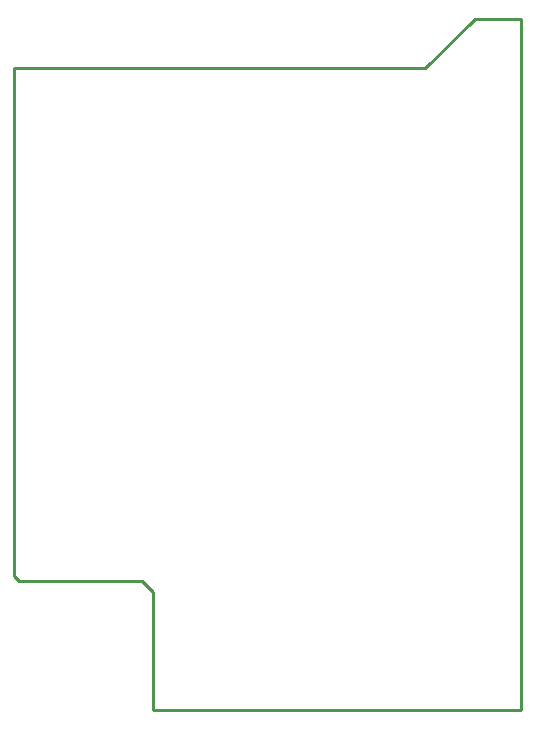
<source format=gko>
G04 Layer: BoardOutline*
G04 EasyEDA v6.3.53, 2020-07-02T17:27:03+02:00*
G04 4edb8fa5c3324583bf34438798551307,0d0e7d196270479aaefd99a7cd6f8dc4,10*
G04 Gerber Generator version 0.2*
G04 Scale: 100 percent, Rotated: No, Reflected: No *
G04 Dimensions in millimeters *
G04 leading zeros omitted , absolute positions ,3 integer and 3 decimal *
%FSLAX33Y33*%
%MOMM*%
G90*
G71D02*

%ADD10C,0.254000*%
G54D10*
G01X5Y52514D02*
G01X5Y54356D01*
G01X34798Y54356D01*
G01X38989Y58547D01*
G01X42926Y58547D01*
G01X42926Y52324D01*
G01X11750Y2438D02*
G01X11750Y0D01*
G01X42926Y0D01*
G01X42926Y4612D01*
G01X5Y52514D02*
G01X0Y11341D01*
G01X0Y11341D02*
G01X419Y10922D01*
G01X10795Y10922D01*
G01X11750Y9966D01*
G01X11750Y2318D01*
G01X42926Y52388D02*
G01X42926Y4318D01*

%LPD*%
M00*
M02*

</source>
